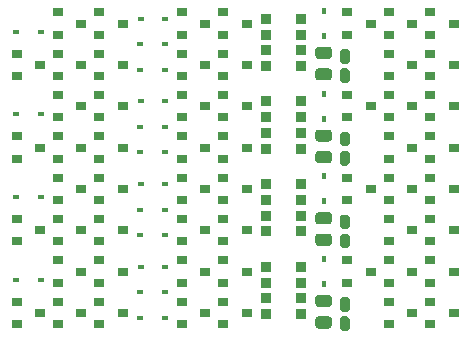
<source format=gtp>
G04 #@! TF.GenerationSoftware,KiCad,Pcbnew,(5.1.9)-1*
G04 #@! TF.CreationDate,2022-08-31T17:37:08+02:00*
G04 #@! TF.ProjectId,Edge_dff,45646765-5f64-4666-962e-6b696361645f,rev?*
G04 #@! TF.SameCoordinates,Original*
G04 #@! TF.FileFunction,Paste,Top*
G04 #@! TF.FilePolarity,Positive*
%FSLAX46Y46*%
G04 Gerber Fmt 4.6, Leading zero omitted, Abs format (unit mm)*
G04 Created by KiCad (PCBNEW (5.1.9)-1) date 2022-08-31 17:37:08*
%MOMM*%
%LPD*%
G01*
G04 APERTURE LIST*
%ADD10R,0.900000X0.900000*%
%ADD11R,0.900000X0.800000*%
%ADD12R,0.450000X0.600000*%
%ADD13R,0.600000X0.450000*%
G04 APERTURE END LIST*
D10*
G04 #@! TO.C,RN501*
X138600000Y-93260000D03*
X138600000Y-94600000D03*
X138600000Y-90600000D03*
X138600000Y-91940000D03*
X135600000Y-93260000D03*
X135600000Y-91940000D03*
X135600000Y-94600000D03*
X135600000Y-90600000D03*
G04 #@! TD*
G04 #@! TO.C,RN401*
X138600000Y-100260000D03*
X138600000Y-101600000D03*
X138600000Y-97600000D03*
X138600000Y-98940000D03*
X135600000Y-100260000D03*
X135600000Y-98940000D03*
X135600000Y-101600000D03*
X135600000Y-97600000D03*
G04 #@! TD*
G04 #@! TO.C,RN301*
X138600000Y-107260000D03*
X138600000Y-108600000D03*
X138600000Y-104600000D03*
X138600000Y-105940000D03*
X135600000Y-107260000D03*
X135600000Y-105940000D03*
X135600000Y-108600000D03*
X135600000Y-104600000D03*
G04 #@! TD*
G04 #@! TO.C,RN201*
X138600000Y-114260000D03*
X138600000Y-115600000D03*
X138600000Y-111600000D03*
X138600000Y-112940000D03*
X135600000Y-114260000D03*
X135600000Y-112940000D03*
X135600000Y-115600000D03*
X135600000Y-111600000D03*
G04 #@! TD*
G04 #@! TO.C,R501*
G36*
G01*
X140950002Y-94000000D02*
X140049998Y-94000000D01*
G75*
G02*
X139800000Y-93750002I0J249998D01*
G01*
X139800000Y-93224998D01*
G75*
G02*
X140049998Y-92975000I249998J0D01*
G01*
X140950002Y-92975000D01*
G75*
G02*
X141200000Y-93224998I0J-249998D01*
G01*
X141200000Y-93750002D01*
G75*
G02*
X140950002Y-94000000I-249998J0D01*
G01*
G37*
G36*
G01*
X140950002Y-95825000D02*
X140049998Y-95825000D01*
G75*
G02*
X139800000Y-95575002I0J249998D01*
G01*
X139800000Y-95049998D01*
G75*
G02*
X140049998Y-94800000I249998J0D01*
G01*
X140950002Y-94800000D01*
G75*
G02*
X141200000Y-95049998I0J-249998D01*
G01*
X141200000Y-95575002D01*
G75*
G02*
X140950002Y-95825000I-249998J0D01*
G01*
G37*
G04 #@! TD*
G04 #@! TO.C,R401*
G36*
G01*
X140950002Y-101000000D02*
X140049998Y-101000000D01*
G75*
G02*
X139800000Y-100750002I0J249998D01*
G01*
X139800000Y-100224998D01*
G75*
G02*
X140049998Y-99975000I249998J0D01*
G01*
X140950002Y-99975000D01*
G75*
G02*
X141200000Y-100224998I0J-249998D01*
G01*
X141200000Y-100750002D01*
G75*
G02*
X140950002Y-101000000I-249998J0D01*
G01*
G37*
G36*
G01*
X140950002Y-102825000D02*
X140049998Y-102825000D01*
G75*
G02*
X139800000Y-102575002I0J249998D01*
G01*
X139800000Y-102049998D01*
G75*
G02*
X140049998Y-101800000I249998J0D01*
G01*
X140950002Y-101800000D01*
G75*
G02*
X141200000Y-102049998I0J-249998D01*
G01*
X141200000Y-102575002D01*
G75*
G02*
X140950002Y-102825000I-249998J0D01*
G01*
G37*
G04 #@! TD*
G04 #@! TO.C,R301*
G36*
G01*
X140950002Y-108000000D02*
X140049998Y-108000000D01*
G75*
G02*
X139800000Y-107750002I0J249998D01*
G01*
X139800000Y-107224998D01*
G75*
G02*
X140049998Y-106975000I249998J0D01*
G01*
X140950002Y-106975000D01*
G75*
G02*
X141200000Y-107224998I0J-249998D01*
G01*
X141200000Y-107750002D01*
G75*
G02*
X140950002Y-108000000I-249998J0D01*
G01*
G37*
G36*
G01*
X140950002Y-109825000D02*
X140049998Y-109825000D01*
G75*
G02*
X139800000Y-109575002I0J249998D01*
G01*
X139800000Y-109049998D01*
G75*
G02*
X140049998Y-108800000I249998J0D01*
G01*
X140950002Y-108800000D01*
G75*
G02*
X141200000Y-109049998I0J-249998D01*
G01*
X141200000Y-109575002D01*
G75*
G02*
X140950002Y-109825000I-249998J0D01*
G01*
G37*
G04 #@! TD*
G04 #@! TO.C,R201*
G36*
G01*
X140950002Y-115000000D02*
X140049998Y-115000000D01*
G75*
G02*
X139800000Y-114750002I0J249998D01*
G01*
X139800000Y-114224998D01*
G75*
G02*
X140049998Y-113975000I249998J0D01*
G01*
X140950002Y-113975000D01*
G75*
G02*
X141200000Y-114224998I0J-249998D01*
G01*
X141200000Y-114750002D01*
G75*
G02*
X140950002Y-115000000I-249998J0D01*
G01*
G37*
G36*
G01*
X140950002Y-116825000D02*
X140049998Y-116825000D01*
G75*
G02*
X139800000Y-116575002I0J249998D01*
G01*
X139800000Y-116049998D01*
G75*
G02*
X140049998Y-115800000I249998J0D01*
G01*
X140950002Y-115800000D01*
G75*
G02*
X141200000Y-116049998I0J-249998D01*
G01*
X141200000Y-116575002D01*
G75*
G02*
X140950002Y-116825000I-249998J0D01*
G01*
G37*
G04 #@! TD*
D11*
G04 #@! TO.C,Q514*
X151500000Y-94500000D03*
X149500000Y-95450000D03*
X149500000Y-93550000D03*
G04 #@! TD*
G04 #@! TO.C,Q513*
X151500000Y-91000000D03*
X149500000Y-91950000D03*
X149500000Y-90050000D03*
G04 #@! TD*
G04 #@! TO.C,Q512*
X144500000Y-91000000D03*
X142500000Y-91950000D03*
X142500000Y-90050000D03*
G04 #@! TD*
G04 #@! TO.C,Q511*
X148000000Y-94500000D03*
X146000000Y-95450000D03*
X146000000Y-93550000D03*
G04 #@! TD*
G04 #@! TO.C,Q510*
X148000000Y-91000000D03*
X146000000Y-91950000D03*
X146000000Y-90050000D03*
G04 #@! TD*
G04 #@! TO.C,Q509*
X130500000Y-91000000D03*
X128500000Y-91950000D03*
X128500000Y-90050000D03*
G04 #@! TD*
G04 #@! TO.C,Q508*
X134000000Y-91000000D03*
X132000000Y-91950000D03*
X132000000Y-90050000D03*
G04 #@! TD*
G04 #@! TO.C,Q507*
X130500000Y-94500000D03*
X128500000Y-95450000D03*
X128500000Y-93550000D03*
G04 #@! TD*
G04 #@! TO.C,Q506*
X134000000Y-94500000D03*
X132000000Y-95450000D03*
X132000000Y-93550000D03*
G04 #@! TD*
G04 #@! TO.C,Q505*
X123500000Y-94500000D03*
X121500000Y-95450000D03*
X121500000Y-93550000D03*
G04 #@! TD*
G04 #@! TO.C,Q504*
X123500000Y-91000000D03*
X121500000Y-91950000D03*
X121500000Y-90050000D03*
G04 #@! TD*
G04 #@! TO.C,Q503*
X116500000Y-94500000D03*
X114500000Y-95450000D03*
X114500000Y-93550000D03*
G04 #@! TD*
G04 #@! TO.C,Q502*
X120000000Y-94500000D03*
X118000000Y-95450000D03*
X118000000Y-93550000D03*
G04 #@! TD*
G04 #@! TO.C,Q501*
X120000000Y-91000000D03*
X118000000Y-91950000D03*
X118000000Y-90050000D03*
G04 #@! TD*
G04 #@! TO.C,Q414*
X151500000Y-101500000D03*
X149500000Y-102450000D03*
X149500000Y-100550000D03*
G04 #@! TD*
G04 #@! TO.C,Q413*
X151500000Y-98000000D03*
X149500000Y-98950000D03*
X149500000Y-97050000D03*
G04 #@! TD*
G04 #@! TO.C,Q412*
X144500000Y-98000000D03*
X142500000Y-98950000D03*
X142500000Y-97050000D03*
G04 #@! TD*
G04 #@! TO.C,Q411*
X148000000Y-101500000D03*
X146000000Y-102450000D03*
X146000000Y-100550000D03*
G04 #@! TD*
G04 #@! TO.C,Q410*
X148000000Y-98000000D03*
X146000000Y-98950000D03*
X146000000Y-97050000D03*
G04 #@! TD*
G04 #@! TO.C,Q409*
X130500000Y-98000000D03*
X128500000Y-98950000D03*
X128500000Y-97050000D03*
G04 #@! TD*
G04 #@! TO.C,Q408*
X134000000Y-98000000D03*
X132000000Y-98950000D03*
X132000000Y-97050000D03*
G04 #@! TD*
G04 #@! TO.C,Q407*
X130500000Y-101500000D03*
X128500000Y-102450000D03*
X128500000Y-100550000D03*
G04 #@! TD*
G04 #@! TO.C,Q406*
X134000000Y-101500000D03*
X132000000Y-102450000D03*
X132000000Y-100550000D03*
G04 #@! TD*
G04 #@! TO.C,Q405*
X123500000Y-101500000D03*
X121500000Y-102450000D03*
X121500000Y-100550000D03*
G04 #@! TD*
G04 #@! TO.C,Q404*
X123500000Y-98000000D03*
X121500000Y-98950000D03*
X121500000Y-97050000D03*
G04 #@! TD*
G04 #@! TO.C,Q403*
X116500000Y-101500000D03*
X114500000Y-102450000D03*
X114500000Y-100550000D03*
G04 #@! TD*
G04 #@! TO.C,Q402*
X120000000Y-101500000D03*
X118000000Y-102450000D03*
X118000000Y-100550000D03*
G04 #@! TD*
G04 #@! TO.C,Q401*
X120000000Y-98000000D03*
X118000000Y-98950000D03*
X118000000Y-97050000D03*
G04 #@! TD*
G04 #@! TO.C,Q314*
X151500000Y-108500000D03*
X149500000Y-109450000D03*
X149500000Y-107550000D03*
G04 #@! TD*
G04 #@! TO.C,Q313*
X151500000Y-105000000D03*
X149500000Y-105950000D03*
X149500000Y-104050000D03*
G04 #@! TD*
G04 #@! TO.C,Q312*
X144500000Y-105000000D03*
X142500000Y-105950000D03*
X142500000Y-104050000D03*
G04 #@! TD*
G04 #@! TO.C,Q311*
X148000000Y-108500000D03*
X146000000Y-109450000D03*
X146000000Y-107550000D03*
G04 #@! TD*
G04 #@! TO.C,Q310*
X148000000Y-105000000D03*
X146000000Y-105950000D03*
X146000000Y-104050000D03*
G04 #@! TD*
G04 #@! TO.C,Q309*
X130500000Y-105000000D03*
X128500000Y-105950000D03*
X128500000Y-104050000D03*
G04 #@! TD*
G04 #@! TO.C,Q308*
X134000000Y-105000000D03*
X132000000Y-105950000D03*
X132000000Y-104050000D03*
G04 #@! TD*
G04 #@! TO.C,Q307*
X130500000Y-108500000D03*
X128500000Y-109450000D03*
X128500000Y-107550000D03*
G04 #@! TD*
G04 #@! TO.C,Q306*
X134000000Y-108500000D03*
X132000000Y-109450000D03*
X132000000Y-107550000D03*
G04 #@! TD*
G04 #@! TO.C,Q305*
X123500000Y-108500000D03*
X121500000Y-109450000D03*
X121500000Y-107550000D03*
G04 #@! TD*
G04 #@! TO.C,Q304*
X123500000Y-105000000D03*
X121500000Y-105950000D03*
X121500000Y-104050000D03*
G04 #@! TD*
G04 #@! TO.C,Q303*
X116500000Y-108500000D03*
X114500000Y-109450000D03*
X114500000Y-107550000D03*
G04 #@! TD*
G04 #@! TO.C,Q302*
X120000000Y-108500000D03*
X118000000Y-109450000D03*
X118000000Y-107550000D03*
G04 #@! TD*
G04 #@! TO.C,Q301*
X120000000Y-105000000D03*
X118000000Y-105950000D03*
X118000000Y-104050000D03*
G04 #@! TD*
G04 #@! TO.C,Q214*
X151500000Y-115500000D03*
X149500000Y-116450000D03*
X149500000Y-114550000D03*
G04 #@! TD*
G04 #@! TO.C,Q213*
X151500000Y-112000000D03*
X149500000Y-112950000D03*
X149500000Y-111050000D03*
G04 #@! TD*
G04 #@! TO.C,Q212*
X144500000Y-112000000D03*
X142500000Y-112950000D03*
X142500000Y-111050000D03*
G04 #@! TD*
G04 #@! TO.C,Q211*
X148000000Y-115500000D03*
X146000000Y-116450000D03*
X146000000Y-114550000D03*
G04 #@! TD*
G04 #@! TO.C,Q210*
X148000000Y-112000000D03*
X146000000Y-112950000D03*
X146000000Y-111050000D03*
G04 #@! TD*
G04 #@! TO.C,Q209*
X130500000Y-112000000D03*
X128500000Y-112950000D03*
X128500000Y-111050000D03*
G04 #@! TD*
G04 #@! TO.C,Q208*
X134000000Y-112000000D03*
X132000000Y-112950000D03*
X132000000Y-111050000D03*
G04 #@! TD*
G04 #@! TO.C,Q206*
X134000000Y-115500000D03*
X132000000Y-116450000D03*
X132000000Y-114550000D03*
G04 #@! TD*
G04 #@! TO.C,Q205*
X123500000Y-115500000D03*
X121500000Y-116450000D03*
X121500000Y-114550000D03*
G04 #@! TD*
G04 #@! TO.C,Q204*
X123500000Y-112000000D03*
X121500000Y-112950000D03*
X121500000Y-111050000D03*
G04 #@! TD*
G04 #@! TO.C,Q203*
X116500000Y-115500000D03*
X114500000Y-116450000D03*
X114500000Y-114550000D03*
G04 #@! TD*
G04 #@! TO.C,Q202*
X120000000Y-115500000D03*
X118000000Y-116450000D03*
X118000000Y-114550000D03*
G04 #@! TD*
G04 #@! TO.C,Q201*
X120000000Y-112000000D03*
X118000000Y-112950000D03*
X118000000Y-111050000D03*
G04 #@! TD*
G04 #@! TO.C,D506*
G36*
G01*
X142087500Y-94800000D02*
X142512500Y-94800000D01*
G75*
G02*
X142725000Y-95012500I0J-212500D01*
G01*
X142725000Y-95812500D01*
G75*
G02*
X142512500Y-96025000I-212500J0D01*
G01*
X142087500Y-96025000D01*
G75*
G02*
X141875000Y-95812500I0J212500D01*
G01*
X141875000Y-95012500D01*
G75*
G02*
X142087500Y-94800000I212500J0D01*
G01*
G37*
G36*
G01*
X142087500Y-93175000D02*
X142512500Y-93175000D01*
G75*
G02*
X142725000Y-93387500I0J-212500D01*
G01*
X142725000Y-94187500D01*
G75*
G02*
X142512500Y-94400000I-212500J0D01*
G01*
X142087500Y-94400000D01*
G75*
G02*
X141875000Y-94187500I0J212500D01*
G01*
X141875000Y-93387500D01*
G75*
G02*
X142087500Y-93175000I212500J0D01*
G01*
G37*
G04 #@! TD*
D12*
G04 #@! TO.C,D505*
X140500000Y-89950000D03*
X140500000Y-92050000D03*
G04 #@! TD*
D13*
G04 #@! TO.C,D504*
X124950000Y-94900000D03*
X127050000Y-94900000D03*
G04 #@! TD*
G04 #@! TO.C,D503*
X124950000Y-92750000D03*
X127050000Y-92750000D03*
G04 #@! TD*
G04 #@! TO.C,D502*
X125000000Y-90600000D03*
X127100000Y-90600000D03*
G04 #@! TD*
G04 #@! TO.C,D501*
X116550000Y-91700000D03*
X114450000Y-91700000D03*
G04 #@! TD*
G04 #@! TO.C,D406*
G36*
G01*
X142087500Y-101800000D02*
X142512500Y-101800000D01*
G75*
G02*
X142725000Y-102012500I0J-212500D01*
G01*
X142725000Y-102812500D01*
G75*
G02*
X142512500Y-103025000I-212500J0D01*
G01*
X142087500Y-103025000D01*
G75*
G02*
X141875000Y-102812500I0J212500D01*
G01*
X141875000Y-102012500D01*
G75*
G02*
X142087500Y-101800000I212500J0D01*
G01*
G37*
G36*
G01*
X142087500Y-100175000D02*
X142512500Y-100175000D01*
G75*
G02*
X142725000Y-100387500I0J-212500D01*
G01*
X142725000Y-101187500D01*
G75*
G02*
X142512500Y-101400000I-212500J0D01*
G01*
X142087500Y-101400000D01*
G75*
G02*
X141875000Y-101187500I0J212500D01*
G01*
X141875000Y-100387500D01*
G75*
G02*
X142087500Y-100175000I212500J0D01*
G01*
G37*
G04 #@! TD*
D12*
G04 #@! TO.C,D405*
X140500000Y-96950000D03*
X140500000Y-99050000D03*
G04 #@! TD*
D13*
G04 #@! TO.C,D404*
X124950000Y-101900000D03*
X127050000Y-101900000D03*
G04 #@! TD*
G04 #@! TO.C,D403*
X124950000Y-99750000D03*
X127050000Y-99750000D03*
G04 #@! TD*
G04 #@! TO.C,D402*
X125000000Y-97600000D03*
X127100000Y-97600000D03*
G04 #@! TD*
G04 #@! TO.C,D401*
X116550000Y-98700000D03*
X114450000Y-98700000D03*
G04 #@! TD*
G04 #@! TO.C,D306*
G36*
G01*
X142087500Y-108800000D02*
X142512500Y-108800000D01*
G75*
G02*
X142725000Y-109012500I0J-212500D01*
G01*
X142725000Y-109812500D01*
G75*
G02*
X142512500Y-110025000I-212500J0D01*
G01*
X142087500Y-110025000D01*
G75*
G02*
X141875000Y-109812500I0J212500D01*
G01*
X141875000Y-109012500D01*
G75*
G02*
X142087500Y-108800000I212500J0D01*
G01*
G37*
G36*
G01*
X142087500Y-107175000D02*
X142512500Y-107175000D01*
G75*
G02*
X142725000Y-107387500I0J-212500D01*
G01*
X142725000Y-108187500D01*
G75*
G02*
X142512500Y-108400000I-212500J0D01*
G01*
X142087500Y-108400000D01*
G75*
G02*
X141875000Y-108187500I0J212500D01*
G01*
X141875000Y-107387500D01*
G75*
G02*
X142087500Y-107175000I212500J0D01*
G01*
G37*
G04 #@! TD*
D12*
G04 #@! TO.C,D305*
X140500000Y-103950000D03*
X140500000Y-106050000D03*
G04 #@! TD*
D13*
G04 #@! TO.C,D304*
X124950000Y-108900000D03*
X127050000Y-108900000D03*
G04 #@! TD*
G04 #@! TO.C,D303*
X124950000Y-106750000D03*
X127050000Y-106750000D03*
G04 #@! TD*
G04 #@! TO.C,D302*
X125000000Y-104600000D03*
X127100000Y-104600000D03*
G04 #@! TD*
G04 #@! TO.C,D301*
X116550000Y-105700000D03*
X114450000Y-105700000D03*
G04 #@! TD*
G04 #@! TO.C,D206*
G36*
G01*
X142087500Y-115800000D02*
X142512500Y-115800000D01*
G75*
G02*
X142725000Y-116012500I0J-212500D01*
G01*
X142725000Y-116812500D01*
G75*
G02*
X142512500Y-117025000I-212500J0D01*
G01*
X142087500Y-117025000D01*
G75*
G02*
X141875000Y-116812500I0J212500D01*
G01*
X141875000Y-116012500D01*
G75*
G02*
X142087500Y-115800000I212500J0D01*
G01*
G37*
G36*
G01*
X142087500Y-114175000D02*
X142512500Y-114175000D01*
G75*
G02*
X142725000Y-114387500I0J-212500D01*
G01*
X142725000Y-115187500D01*
G75*
G02*
X142512500Y-115400000I-212500J0D01*
G01*
X142087500Y-115400000D01*
G75*
G02*
X141875000Y-115187500I0J212500D01*
G01*
X141875000Y-114387500D01*
G75*
G02*
X142087500Y-114175000I212500J0D01*
G01*
G37*
G04 #@! TD*
D12*
G04 #@! TO.C,D205*
X140500000Y-110950000D03*
X140500000Y-113050000D03*
G04 #@! TD*
D13*
G04 #@! TO.C,D204*
X124950000Y-115900000D03*
X127050000Y-115900000D03*
G04 #@! TD*
G04 #@! TO.C,D203*
X124950000Y-113750000D03*
X127050000Y-113750000D03*
G04 #@! TD*
G04 #@! TO.C,D202*
X125000000Y-111600000D03*
X127100000Y-111600000D03*
G04 #@! TD*
G04 #@! TO.C,D201*
X116550000Y-112700000D03*
X114450000Y-112700000D03*
G04 #@! TD*
D11*
G04 #@! TO.C,Q207*
X130500000Y-115500000D03*
X128500000Y-116450000D03*
X128500000Y-114550000D03*
G04 #@! TD*
M02*

</source>
